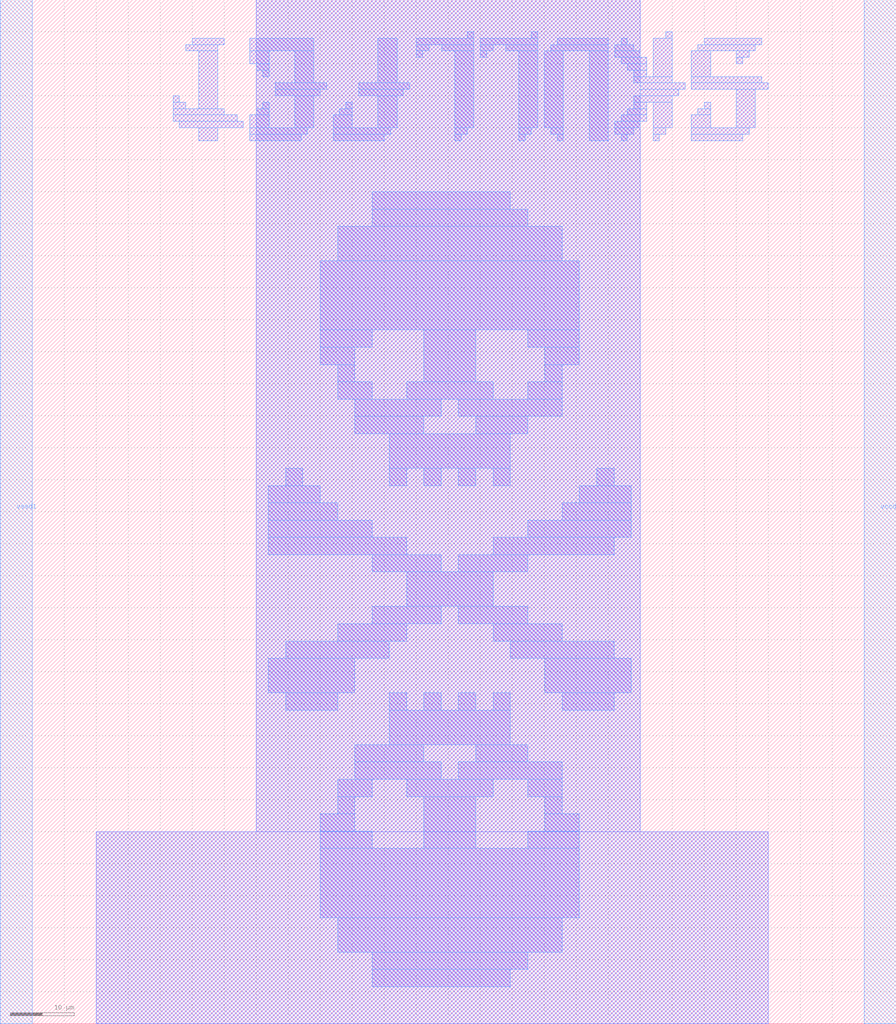
<source format=lef>
VERSION 5.7 ;
  NOWIREEXTENSIONATPIN ON ;
  DIVIDERCHAR "/" ;
  BUSBITCHARS "[]" ;
MACRO skullart
  CLASS BLOCK ;
  FOREIGN skullart ;
  ORIGIN -10.000 -10.000 ;
  SIZE 140.000 BY 160.000 ;
  PIN vssd1
    DIRECTION INOUT ;
    USE GROUND ;
    SHAPE ABUTMENT ;
    PORT
      LAYER met4 ;
        RECT 10.000 10.000 15.000 170.000 ;
    END
  END vssd1
  PIN vccd1
    DIRECTION INOUT ;
    USE POWER ;
    SHAPE ABUTMENT ;
    PORT
      LAYER met4 ;
        RECT 145.000 10.000 150.000 170.000 ;
    END
  END vccd1
  OBS
      LAYER met1 ;
        RECT 83.000 164.000 84.000 165.000 ;
        RECT 93.000 164.000 94.000 165.000 ;
        RECT 114.000 164.000 115.000 165.000 ;
        RECT 40.000 163.000 45.000 164.000 ;
        RECT 39.000 162.000 44.000 163.000 ;
        RECT 37.000 154.000 38.000 155.000 ;
        RECT 37.000 153.000 39.000 154.000 ;
        RECT 41.000 153.000 44.000 162.000 ;
        RECT 49.000 162.000 59.000 164.000 ;
        RECT 49.000 160.000 52.000 162.000 ;
        RECT 50.000 159.000 52.000 160.000 ;
        RECT 51.000 158.000 52.000 159.000 ;
        RECT 56.000 157.000 59.000 162.000 ;
        RECT 69.000 157.000 72.000 164.000 ;
        RECT 75.000 163.000 84.000 164.000 ;
        RECT 75.000 162.000 77.000 163.000 ;
        RECT 79.000 162.000 84.000 163.000 ;
        RECT 75.000 161.000 76.000 162.000 ;
        RECT 53.000 156.000 61.000 157.000 ;
        RECT 66.000 156.000 74.000 157.000 ;
        RECT 53.000 155.000 60.000 156.000 ;
        RECT 66.000 155.000 73.000 156.000 ;
        RECT 51.000 153.000 52.000 154.000 ;
        RECT 37.000 152.000 45.000 153.000 ;
        RECT 50.000 152.000 52.000 153.000 ;
        RECT 37.000 151.000 47.000 152.000 ;
        RECT 38.000 150.000 48.000 151.000 ;
        RECT 49.000 150.000 52.000 152.000 ;
        RECT 56.000 150.000 59.000 155.000 ;
        RECT 64.000 153.000 65.000 154.000 ;
        RECT 63.000 152.000 65.000 153.000 ;
        RECT 62.000 150.000 65.000 152.000 ;
        RECT 69.000 150.000 72.000 155.000 ;
        RECT 81.000 150.000 84.000 162.000 ;
        RECT 85.000 163.000 94.000 164.000 ;
        RECT 97.000 163.000 105.000 164.000 ;
        RECT 107.000 163.000 108.000 164.000 ;
        RECT 85.000 162.000 87.000 163.000 ;
        RECT 89.000 162.000 94.000 163.000 ;
        RECT 96.000 162.000 105.000 163.000 ;
        RECT 85.000 161.000 86.000 162.000 ;
        RECT 91.000 150.000 94.000 162.000 ;
        RECT 95.000 150.000 98.000 162.000 ;
        RECT 41.000 148.000 44.000 150.000 ;
        RECT 49.000 149.000 58.000 150.000 ;
        RECT 62.000 149.000 71.000 150.000 ;
        RECT 81.000 149.000 83.000 150.000 ;
        RECT 91.000 149.000 93.000 150.000 ;
        RECT 96.000 149.000 98.000 150.000 ;
        RECT 49.000 148.000 57.000 149.000 ;
        RECT 62.000 148.000 70.000 149.000 ;
        RECT 81.000 148.000 82.000 149.000 ;
        RECT 91.000 148.000 92.000 149.000 ;
        RECT 97.000 148.000 98.000 149.000 ;
        RECT 102.000 148.000 105.000 162.000 ;
        RECT 106.000 162.000 109.000 163.000 ;
        RECT 106.000 161.000 110.000 162.000 ;
        RECT 107.000 160.000 111.000 161.000 ;
        RECT 108.000 159.000 111.000 160.000 ;
        RECT 109.000 158.000 111.000 159.000 ;
        RECT 112.000 158.000 115.000 164.000 ;
        RECT 120.000 163.000 129.000 164.000 ;
        RECT 119.000 162.000 128.000 163.000 ;
        RECT 109.000 157.000 115.000 158.000 ;
        RECT 118.000 158.000 121.000 162.000 ;
        RECT 125.000 161.000 127.000 162.000 ;
        RECT 125.000 160.000 126.000 161.000 ;
        RECT 118.000 157.000 129.000 158.000 ;
        RECT 110.000 156.000 117.000 157.000 ;
        RECT 118.000 156.000 130.000 157.000 ;
        RECT 110.000 155.000 116.000 156.000 ;
        RECT 109.000 154.000 115.000 155.000 ;
        RECT 109.000 153.000 111.000 154.000 ;
        RECT 108.000 152.000 111.000 153.000 ;
        RECT 107.000 151.000 111.000 152.000 ;
        RECT 106.000 150.000 110.000 151.000 ;
        RECT 112.000 150.000 115.000 154.000 ;
        RECT 120.000 153.000 121.000 154.000 ;
        RECT 119.000 152.000 121.000 153.000 ;
        RECT 118.000 150.000 121.000 152.000 ;
        RECT 125.000 150.000 128.000 156.000 ;
        RECT 106.000 149.000 109.000 150.000 ;
        RECT 112.000 149.000 114.000 150.000 ;
        RECT 118.000 149.000 127.000 150.000 ;
        RECT 107.000 148.000 108.000 149.000 ;
        RECT 112.000 148.000 113.000 149.000 ;
        RECT 118.000 148.000 126.000 149.000 ;
        RECT 68.100 137.300 89.700 140.000 ;
        RECT 68.100 134.600 92.400 137.300 ;
        RECT 62.700 129.200 97.800 134.600 ;
        RECT 60.000 118.400 100.500 129.200 ;
        RECT 60.000 115.700 68.100 118.400 ;
        RECT 60.000 113.000 65.400 115.700 ;
        RECT 62.700 110.300 65.400 113.000 ;
        RECT 76.200 110.300 84.300 118.400 ;
        RECT 92.400 115.700 100.500 118.400 ;
        RECT 95.100 113.000 100.500 115.700 ;
        RECT 95.100 110.300 97.800 113.000 ;
        RECT 62.700 107.600 68.100 110.300 ;
        RECT 73.500 107.600 87.000 110.300 ;
        RECT 92.400 107.600 97.800 110.300 ;
        RECT 65.400 104.900 78.900 107.600 ;
        RECT 81.600 104.900 97.800 107.600 ;
        RECT 65.400 102.200 76.200 104.900 ;
        RECT 84.300 102.200 92.400 104.900 ;
        RECT 70.800 96.800 89.700 102.200 ;
        RECT 54.600 94.100 57.300 96.800 ;
        RECT 70.800 94.100 73.500 96.800 ;
        RECT 76.200 94.100 78.900 96.800 ;
        RECT 81.600 94.100 84.300 96.800 ;
        RECT 87.000 94.100 89.700 96.800 ;
        RECT 103.200 94.100 105.900 96.800 ;
        RECT 51.900 91.400 60.000 94.100 ;
        RECT 100.500 91.400 108.600 94.100 ;
        RECT 51.900 88.700 62.700 91.400 ;
        RECT 97.800 88.700 108.600 91.400 ;
        RECT 51.900 86.000 68.100 88.700 ;
        RECT 92.400 86.000 108.600 88.700 ;
        RECT 51.900 83.300 73.500 86.000 ;
        RECT 87.000 83.300 105.900 86.000 ;
        RECT 68.100 80.600 78.900 83.300 ;
        RECT 81.600 80.600 92.400 83.300 ;
        RECT 73.500 75.200 87.000 80.600 ;
        RECT 68.100 72.500 78.900 75.200 ;
        RECT 81.600 72.500 92.400 75.200 ;
        RECT 62.700 69.800 73.500 72.500 ;
        RECT 87.000 69.800 97.800 72.500 ;
        RECT 54.600 67.100 70.800 69.800 ;
        RECT 89.700 67.100 105.900 69.800 ;
        RECT 51.900 61.700 65.400 67.100 ;
        RECT 95.100 61.700 108.600 67.100 ;
        RECT 54.600 59.000 62.700 61.700 ;
        RECT 70.800 59.000 73.500 61.700 ;
        RECT 76.200 59.000 78.900 61.700 ;
        RECT 81.600 59.000 84.300 61.700 ;
        RECT 87.000 59.000 89.700 61.700 ;
        RECT 97.800 59.000 105.900 61.700 ;
        RECT 70.800 53.600 89.700 59.000 ;
        RECT 65.400 50.900 76.200 53.600 ;
        RECT 84.300 50.900 92.400 53.600 ;
        RECT 65.400 48.200 78.900 50.900 ;
        RECT 81.600 48.200 97.800 50.900 ;
        RECT 62.700 45.500 68.100 48.200 ;
        RECT 73.500 45.500 87.000 48.200 ;
        RECT 92.400 45.500 97.800 48.200 ;
        RECT 62.700 42.800 65.400 45.500 ;
        RECT 60.000 40.100 65.400 42.800 ;
        RECT 60.000 37.400 68.100 40.100 ;
        RECT 76.200 37.400 84.300 45.500 ;
        RECT 95.100 42.800 97.800 45.500 ;
        RECT 95.100 40.100 100.500 42.800 ;
        RECT 92.400 37.400 100.500 40.100 ;
        RECT 60.000 26.600 100.500 37.400 ;
        RECT 62.700 21.200 97.800 26.600 ;
        RECT 68.100 18.500 92.400 21.200 ;
        RECT 68.100 15.800 89.700 18.500 ;
      LAYER met2 ;
        RECT 50.000 40.000 110.000 170.000 ;
        RECT 25.000 10.000 130.000 40.000 ;
      LAYER met3 ;
        RECT 50.000 40.000 110.000 170.000 ;
        RECT 25.000 10.000 130.000 40.000 ;
      LAYER met4 ;
        RECT 83.000 164.000 84.000 165.000 ;
        RECT 93.000 164.000 94.000 165.000 ;
        RECT 114.000 164.000 115.000 165.000 ;
        RECT 40.000 163.000 45.000 164.000 ;
        RECT 39.000 162.000 44.000 163.000 ;
        RECT 37.000 154.000 38.000 155.000 ;
        RECT 37.000 153.000 39.000 154.000 ;
        RECT 41.000 153.000 44.000 162.000 ;
        RECT 49.000 162.000 59.000 164.000 ;
        RECT 49.000 160.000 52.000 162.000 ;
        RECT 50.000 159.000 52.000 160.000 ;
        RECT 51.000 158.000 52.000 159.000 ;
        RECT 56.000 157.000 59.000 162.000 ;
        RECT 69.000 157.000 72.000 164.000 ;
        RECT 75.000 163.000 84.000 164.000 ;
        RECT 75.000 162.000 77.000 163.000 ;
        RECT 79.000 162.000 84.000 163.000 ;
        RECT 75.000 161.000 76.000 162.000 ;
        RECT 53.000 156.000 61.000 157.000 ;
        RECT 66.000 156.000 74.000 157.000 ;
        RECT 53.000 155.000 60.000 156.000 ;
        RECT 66.000 155.000 73.000 156.000 ;
        RECT 51.000 153.000 52.000 154.000 ;
        RECT 37.000 152.000 45.000 153.000 ;
        RECT 50.000 152.000 52.000 153.000 ;
        RECT 37.000 151.000 47.000 152.000 ;
        RECT 38.000 150.000 48.000 151.000 ;
        RECT 49.000 150.000 52.000 152.000 ;
        RECT 56.000 150.000 59.000 155.000 ;
        RECT 64.000 153.000 65.000 154.000 ;
        RECT 63.000 152.000 65.000 153.000 ;
        RECT 62.000 150.000 65.000 152.000 ;
        RECT 69.000 150.000 72.000 155.000 ;
        RECT 81.000 150.000 84.000 162.000 ;
        RECT 85.000 163.000 94.000 164.000 ;
        RECT 97.000 163.000 105.000 164.000 ;
        RECT 107.000 163.000 108.000 164.000 ;
        RECT 85.000 162.000 87.000 163.000 ;
        RECT 89.000 162.000 94.000 163.000 ;
        RECT 96.000 162.000 105.000 163.000 ;
        RECT 85.000 161.000 86.000 162.000 ;
        RECT 91.000 150.000 94.000 162.000 ;
        RECT 95.000 150.000 98.000 162.000 ;
        RECT 41.000 148.000 44.000 150.000 ;
        RECT 49.000 149.000 58.000 150.000 ;
        RECT 62.000 149.000 71.000 150.000 ;
        RECT 81.000 149.000 83.000 150.000 ;
        RECT 91.000 149.000 93.000 150.000 ;
        RECT 96.000 149.000 98.000 150.000 ;
        RECT 49.000 148.000 57.000 149.000 ;
        RECT 62.000 148.000 70.000 149.000 ;
        RECT 81.000 148.000 82.000 149.000 ;
        RECT 91.000 148.000 92.000 149.000 ;
        RECT 97.000 148.000 98.000 149.000 ;
        RECT 102.000 148.000 105.000 162.000 ;
        RECT 106.000 162.000 109.000 163.000 ;
        RECT 106.000 161.000 110.000 162.000 ;
        RECT 107.000 160.000 111.000 161.000 ;
        RECT 108.000 159.000 111.000 160.000 ;
        RECT 109.000 158.000 111.000 159.000 ;
        RECT 112.000 158.000 115.000 164.000 ;
        RECT 120.000 163.000 129.000 164.000 ;
        RECT 119.000 162.000 128.000 163.000 ;
        RECT 109.000 157.000 115.000 158.000 ;
        RECT 118.000 158.000 121.000 162.000 ;
        RECT 125.000 161.000 127.000 162.000 ;
        RECT 125.000 160.000 126.000 161.000 ;
        RECT 118.000 157.000 129.000 158.000 ;
        RECT 110.000 156.000 117.000 157.000 ;
        RECT 118.000 156.000 130.000 157.000 ;
        RECT 110.000 155.000 116.000 156.000 ;
        RECT 109.000 154.000 115.000 155.000 ;
        RECT 109.000 153.000 111.000 154.000 ;
        RECT 108.000 152.000 111.000 153.000 ;
        RECT 107.000 151.000 111.000 152.000 ;
        RECT 106.000 150.000 110.000 151.000 ;
        RECT 112.000 150.000 115.000 154.000 ;
        RECT 120.000 153.000 121.000 154.000 ;
        RECT 119.000 152.000 121.000 153.000 ;
        RECT 118.000 150.000 121.000 152.000 ;
        RECT 125.000 150.000 128.000 156.000 ;
        RECT 106.000 149.000 109.000 150.000 ;
        RECT 112.000 149.000 114.000 150.000 ;
        RECT 118.000 149.000 127.000 150.000 ;
        RECT 107.000 148.000 108.000 149.000 ;
        RECT 112.000 148.000 113.000 149.000 ;
        RECT 118.000 148.000 126.000 149.000 ;
        RECT 68.100 137.300 89.700 140.000 ;
        RECT 68.100 134.600 92.400 137.300 ;
        RECT 62.700 129.200 97.800 134.600 ;
        RECT 60.000 118.400 100.500 129.200 ;
        RECT 60.000 115.700 68.100 118.400 ;
        RECT 60.000 113.000 65.400 115.700 ;
        RECT 62.700 110.300 65.400 113.000 ;
        RECT 76.200 110.300 84.300 118.400 ;
        RECT 92.400 115.700 100.500 118.400 ;
        RECT 95.100 113.000 100.500 115.700 ;
        RECT 95.100 110.300 97.800 113.000 ;
        RECT 62.700 107.600 68.100 110.300 ;
        RECT 73.500 107.600 87.000 110.300 ;
        RECT 92.400 107.600 97.800 110.300 ;
        RECT 65.400 104.900 78.900 107.600 ;
        RECT 81.600 104.900 97.800 107.600 ;
        RECT 65.400 102.200 76.200 104.900 ;
        RECT 84.300 102.200 92.400 104.900 ;
        RECT 70.800 96.800 89.700 102.200 ;
        RECT 54.600 94.100 57.300 96.800 ;
        RECT 70.800 94.100 73.500 96.800 ;
        RECT 76.200 94.100 78.900 96.800 ;
        RECT 81.600 94.100 84.300 96.800 ;
        RECT 87.000 94.100 89.700 96.800 ;
        RECT 103.200 94.100 105.900 96.800 ;
        RECT 51.900 91.400 60.000 94.100 ;
        RECT 100.500 91.400 108.600 94.100 ;
        RECT 51.900 88.700 62.700 91.400 ;
        RECT 97.800 88.700 108.600 91.400 ;
        RECT 51.900 86.000 68.100 88.700 ;
        RECT 92.400 86.000 108.600 88.700 ;
        RECT 51.900 83.300 73.500 86.000 ;
        RECT 87.000 83.300 105.900 86.000 ;
        RECT 68.100 80.600 78.900 83.300 ;
        RECT 81.600 80.600 92.400 83.300 ;
        RECT 73.500 75.200 87.000 80.600 ;
        RECT 68.100 72.500 78.900 75.200 ;
        RECT 81.600 72.500 92.400 75.200 ;
        RECT 62.700 69.800 73.500 72.500 ;
        RECT 87.000 69.800 97.800 72.500 ;
        RECT 54.600 67.100 70.800 69.800 ;
        RECT 89.700 67.100 105.900 69.800 ;
        RECT 51.900 61.700 65.400 67.100 ;
        RECT 95.100 61.700 108.600 67.100 ;
        RECT 54.600 59.000 62.700 61.700 ;
        RECT 70.800 59.000 73.500 61.700 ;
        RECT 76.200 59.000 78.900 61.700 ;
        RECT 81.600 59.000 84.300 61.700 ;
        RECT 87.000 59.000 89.700 61.700 ;
        RECT 97.800 59.000 105.900 61.700 ;
        RECT 70.800 53.600 89.700 59.000 ;
        RECT 65.400 50.900 76.200 53.600 ;
        RECT 84.300 50.900 92.400 53.600 ;
        RECT 65.400 48.200 78.900 50.900 ;
        RECT 81.600 48.200 97.800 50.900 ;
        RECT 62.700 45.500 68.100 48.200 ;
        RECT 73.500 45.500 87.000 48.200 ;
        RECT 92.400 45.500 97.800 48.200 ;
        RECT 62.700 42.800 65.400 45.500 ;
        RECT 60.000 40.100 65.400 42.800 ;
        RECT 60.000 37.400 68.100 40.100 ;
        RECT 76.200 37.400 84.300 45.500 ;
        RECT 95.100 42.800 97.800 45.500 ;
        RECT 95.100 40.100 100.500 42.800 ;
        RECT 92.400 37.400 100.500 40.100 ;
        RECT 60.000 26.600 100.500 37.400 ;
        RECT 62.700 21.200 97.800 26.600 ;
        RECT 68.100 18.500 92.400 21.200 ;
        RECT 68.100 15.800 89.700 18.500 ;
  END
END skullart
END LIBRARY


</source>
